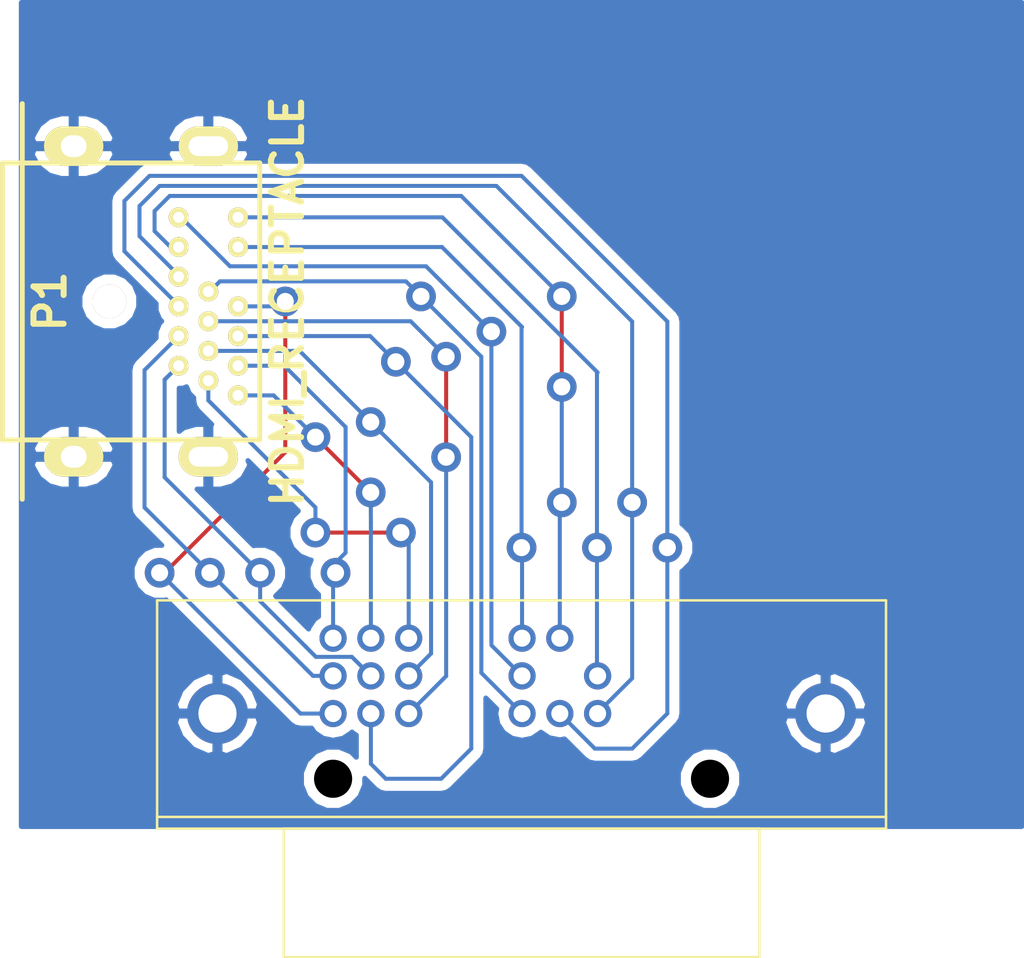
<source format=kicad_pcb>
(kicad_pcb (version 4) (host pcbnew "(2015-12-04 BZR 6347)-product")

  (general
    (links 21)
    (no_connects 2)
    (area 54.927499 41.91 106.680001 90.363041)
    (thickness 1.6002)
    (drawings 0)
    (tracks 152)
    (zones 0)
    (modules 2)
    (nets 18)
  )

  (page A4)
  (title_block
    (date "18 jun 2015")
  )

  (layers
    (0 Front signal)
    (31 Back signal)
    (32 B.Adhes user)
    (33 F.Adhes user)
    (34 B.Paste user)
    (35 F.Paste user)
    (36 B.SilkS user)
    (37 F.SilkS user)
    (38 B.Mask user)
    (39 F.Mask user)
    (40 Dwgs.User user)
    (41 Cmts.User user)
    (42 Eco1.User user)
    (43 Eco2.User user)
    (44 Edge.Cuts user)
  )

  (setup
    (last_trace_width 0.2032)
    (trace_clearance 0)
    (zone_clearance 0.508)
    (zone_45_only no)
    (trace_min 0.2032)
    (segment_width 0.381)
    (edge_width 0.381)
    (via_size 1.50114)
    (via_drill 0.86106)
    (via_min_size 0.889)
    (via_min_drill 0.508)
    (uvia_size 0.508)
    (uvia_drill 0.127)
    (uvias_allowed no)
    (uvia_min_size 0.508)
    (uvia_min_drill 0.127)
    (pcb_text_width 0.3048)
    (pcb_text_size 1.524 2.032)
    (mod_edge_width 0.381)
    (mod_text_size 1.524 1.524)
    (mod_text_width 0.3048)
    (pad_size 1.00076 1.00076)
    (pad_drill 0.55118)
    (pad_to_mask_clearance 0.254)
    (aux_axis_origin 0 0)
    (visible_elements FFFFFF7F)
    (pcbplotparams
      (layerselection 0x00030_80000001)
      (usegerberextensions true)
      (excludeedgelayer true)
      (linewidth 0.150000)
      (plotframeref false)
      (viasonmask false)
      (mode 1)
      (useauxorigin false)
      (hpglpennumber 1)
      (hpglpenspeed 20)
      (hpglpendiameter 15)
      (hpglpenoverlay 0)
      (psnegative false)
      (psa4output false)
      (plotreference true)
      (plotvalue true)
      (plotinvisibletext false)
      (padsonsilk false)
      (subtractmaskfromsilk false)
      (outputformat 1)
      (mirror false)
      (drillshape 1)
      (scaleselection 1)
      (outputdirectory ""))
  )

  (net 0 "")
  (net 1 /+5v)
  (net 2 /CL+)
  (net 3 /CL-)
  (net 4 /D0+)
  (net 5 /D0-)
  (net 6 /D1+)
  (net 7 /D1-)
  (net 8 /D2+)
  (net 9 /D2-)
  (net 10 /DDCcl)
  (net 11 /DDCdata)
  (net 12 /hotplug)
  (net 13 N-000004)
  (net 14 N-000005)
  (net 15 N-000006)
  (net 16 N-000010)
  (net 17 N-000013)

  (net_class Default "This is the default net class."
    (clearance 0)
    (trace_width 0.2032)
    (via_dia 1.50114)
    (via_drill 0.86106)
    (uvia_dia 0.508)
    (uvia_drill 0.127)
    (add_net /+5v)
    (add_net /CL+)
    (add_net /CL-)
    (add_net /D0+)
    (add_net /D0-)
    (add_net /D1+)
    (add_net /D1-)
    (add_net /D2+)
    (add_net /D2-)
    (add_net /DDCcl)
    (add_net /DDCdata)
    (add_net /hotplug)
    (add_net N-000004)
    (add_net N-000005)
    (add_net N-000006)
    (add_net N-000010)
    (add_net N-000013)
  )

  (module DVI-RECEPT-RA-HDMI (layer Front) (tedit 555167F0) (tstamp 55516827)
    (at 81.28 81.28)
    (path /551899AA)
    (attr smd)
    (fp_text reference J1 (at 0 -0.381) (layer Cmts.User)
      (effects (font (size 0.508 0.508) (thickness 0.1016)))
    )
    (fp_text value 74320-1004 (at 0 0.381) (layer Cmts.User) hide
      (effects (font (size 0.508 0.508) (thickness 0.1016)))
    )
    (fp_line (start -18.415 2.51968) (end -18.415 -9.01954) (layer F.SilkS) (width 0.127))
    (fp_line (start -18.415 -9.01954) (end 18.415 -9.01954) (layer F.SilkS) (width 0.127))
    (fp_line (start 18.415 -9.01954) (end 18.415 2.51968) (layer F.SilkS) (width 0.127))
    (fp_line (start 18.415 2.51968) (end -18.415 2.51968) (layer F.SilkS) (width 0.127))
    (fp_line (start -12.0142 9.01954) (end -12.0142 2.51968) (layer F.SilkS) (width 0.127))
    (fp_line (start -12.0142 2.51968) (end 12.0142 2.51968) (layer F.SilkS) (width 0.127))
    (fp_line (start 12.0142 2.51968) (end 12.0142 9.01954) (layer F.SilkS) (width 0.127))
    (fp_line (start 12.0142 9.01954) (end -12.0142 9.01954) (layer F.SilkS) (width 0.127))
    (fp_line (start -18.415 1.92786) (end 18.415 1.92786) (layer F.SilkS) (width 0.127))
    (pad 9 thru_hole oval (at -9.52246 -5.20192) (size 1.37414 1.37668) (drill 0.86106) (layers *.Cu *.Mask)
      (net 7 /D1-))
    (pad 17 thru_hole oval (at -9.52246 -3.29692) (size 1.37414 1.37668) (drill 0.86106) (layers *.Cu *.Mask)
      (net 5 /D0-))
    (pad 1 thru_hole oval (at -9.52246 -7.10692) (size 1.37414 1.37668) (drill 0.86106) (layers *.Cu *.Mask)
      (net 9 /D2-))
    (pad 10 thru_hole oval (at -7.61238 -5.20192) (size 1.37414 1.37668) (drill 0.86106) (layers *.Cu *.Mask)
      (net 6 /D1+))
    (pad 18 thru_hole oval (at -7.61238 -3.29692) (size 1.37414 1.37668) (drill 0.86106) (layers *.Cu *.Mask)
      (net 4 /D0+))
    (pad 2 thru_hole oval (at -7.61238 -7.10692) (size 1.37414 1.37668) (drill 0.86106) (layers *.Cu *.Mask)
      (net 8 /D2+))
    (pad 11 thru_hole oval (at -5.7023 -5.20192) (size 1.37414 1.37668) (drill 0.86106) (layers *.Cu *.Mask)
      (net 14 N-000005))
    (pad 19 thru_hole oval (at -5.7023 -3.29692) (size 1.37414 1.37668) (drill 0.86106) (layers *.Cu *.Mask)
      (net 16 N-000010))
    (pad 3 thru_hole oval (at -5.7023 -7.10692) (size 1.37414 1.37668) (drill 0.86106) (layers *.Cu *.Mask)
      (net 15 N-000006))
    (pad 14 thru_hole oval (at 0.0254 -5.20192) (size 1.37414 1.37668) (drill 0.85852) (layers *.Cu *.Mask)
      (net 1 /+5v))
    (pad 22 thru_hole oval (at 0.0254 -3.29692) (size 1.37414 1.37668) (drill 0.85852) (layers *.Cu *.Mask)
      (net 13 N-000004))
    (pad 6 thru_hole oval (at 0.0254 -7.10692) (size 1.37414 1.37668) (drill 0.85852) (layers *.Cu *.Mask)
      (net 10 /DDCcl))
    (pad 23 thru_hole oval (at 1.93294 -3.29692) (size 1.37668 1.37668) (drill 0.86106) (layers *.Cu *.Mask)
      (net 2 /CL+))
    (pad 7 thru_hole oval (at 1.93294 -7.10692) (size 1.37668 1.37668) (drill 0.86106) (layers *.Cu *.Mask)
      (net 11 /DDCdata))
    (pad 16 thru_hole oval (at 3.84302 -5.20192) (size 1.37668 1.37668) (drill 0.86106) (layers *.Cu *.Mask)
      (net 12 /hotplug))
    (pad 24 thru_hole oval (at 3.84302 -3.29692) (size 1.37668 1.37668) (drill 0.86106) (layers *.Cu *.Mask)
      (net 3 /CL-))
    (pad 25 thru_hole oval (at -15.36446 -3.29946) (size 3.08864 3.08864) (drill 1.9304) (layers *.Cu *.Mask)
      (net 17 N-000013))
    (pad 25 thru_hole oval (at 15.36446 -3.29946) (size 3.08864 3.08864) (drill 1.9304) (layers *.Cu *.Mask)
      (net 17 N-000013))
    (pad HOLE np_thru_hole circle (at -9.52246 0) (size 1.92786 1.92786) (drill 1.92786) (layers))
    (pad HOLE np_thru_hole circle (at 9.52246 0) (size 1.92786 1.92786) (drill 1.92786) (layers))
  )

  (module HDMI-DVI (layer Front) (tedit 55833DD2) (tstamp 55833D9D)
    (at 60.452 57.15 270)
    (tags hdmi)
    (path /554F9844)
    (fp_text reference P1 (at 0 2.99974 270) (layer F.SilkS)
      (effects (font (thickness 0.3048)))
    )
    (fp_text value HDMI_RECEPTACLE (at 0 -8.99922 270) (layer F.SilkS)
      (effects (font (thickness 0.3048)))
    )
    (fp_line (start -7.00024 5.40004) (end 7.00024 5.40004) (layer F.SilkS) (width 0.24892))
    (fp_line (start 7.00024 5.40004) (end 7.00024 -7.59968) (layer F.SilkS) (width 0.24892))
    (fp_line (start 7.00024 -7.59968) (end -7.00024 -7.59968) (layer F.SilkS) (width 0.24892))
    (fp_line (start -7.00024 -7.59968) (end -7.00024 5.40004) (layer F.SilkS) (width 0.24892))
    (fp_line (start -9.99998 4.39928) (end 9.99998 4.39928) (layer F.SilkS) (width 0.24892))
    (pad "" thru_hole circle (at 0 0 270) (size 1.69926 1.69926) (drill 1.69926) (layers *.Cu *.Mask F.SilkS))
    (pad 20 thru_hole oval (at -7.85114 1.80086 270) (size 1.99898 2.99974) (drill oval 1.09982 1.30048) (layers *.Cu *.Mask F.SilkS)
      (net 17 N-000013))
    (pad 20 thru_hole oval (at 7.85114 1.80086 270) (size 1.99898 2.99974) (drill oval 1.09982 1.30048) (layers *.Cu *.Mask F.SilkS)
      (net 17 N-000013))
    (pad 10 thru_hole circle (at 0.24892 -3.50012 270) (size 1.00076 1.00076) (drill 0.55118) (layers *.Cu *.Mask F.SilkS)
      (net 2 /CL+))
    (pad 11 thru_hole circle (at -0.50038 -5.00126 270) (size 1.00076 1.00076) (drill 0.55118) (layers *.Cu *.Mask F.SilkS)
      (net 13 N-000004))
    (pad 12 thru_hole circle (at -1.25222 -3.50012 270) (size 1.00076 1.00076) (drill 0.55118) (layers *.Cu *.Mask F.SilkS)
      (net 3 /CL-))
    (pad 15 thru_hole circle (at -2.75082 -6.49986 270) (size 1.00076 1.00076) (drill 0.55118) (layers *.Cu *.Mask F.SilkS)
      (net 10 /DDCcl))
    (pad 16 thru_hole circle (at -2.75082 -3.50012 270) (size 1.00076 1.00076) (drill 0.55118) (layers *.Cu *.Mask F.SilkS)
      (net 11 /DDCdata))
    (pad 18 thru_hole circle (at -4.25196 -3.50012 270) (size 1.00076 1.00076) (drill 0.55118) (layers *.Cu *.Mask F.SilkS)
      (net 1 /+5v))
    (pad 19 thru_hole circle (at -4.25196 -6.49986 270) (size 1.00076 1.00076) (drill 0.55118) (layers *.Cu *.Mask F.SilkS)
      (net 12 /hotplug))
    (pad 1 thru_hole circle (at 4.7498 -6.49986 270) (size 1.00076 1.00076) (drill 0.55118) (layers *.Cu *.Mask F.SilkS)
      (net 8 /D2+))
    (pad 2 thru_hole circle (at 4.0005 -5.00126 270) (size 1.00076 1.00076) (drill 0.55118) (layers *.Cu *.Mask F.SilkS)
      (net 15 N-000006))
    (pad 3 thru_hole circle (at 3.24866 -6.49986 270) (size 1.00076 1.00076) (drill 0.55118) (layers *.Cu *.Mask F.SilkS)
      (net 9 /D2-))
    (pad 4 thru_hole circle (at 3.24866 -3.50012 270) (size 1.00076 1.00076) (drill 0.55118) (layers *.Cu *.Mask F.SilkS)
      (net 6 /D1+))
    (pad 5 thru_hole circle (at 2.49936 -5.00126 270) (size 1.00076 1.00076) (drill 0.55118) (layers *.Cu *.Mask F.SilkS)
      (net 14 N-000005))
    (pad 6 thru_hole circle (at 1.75006 -3.50012 270) (size 1.00076 1.00076) (drill 0.55118) (layers *.Cu *.Mask F.SilkS)
      (net 7 /D1-))
    (pad 7 thru_hole circle (at 1.75006 -6.49986 270) (size 1.00076 1.00076) (drill 0.55118) (layers *.Cu *.Mask F.SilkS)
      (net 4 /D0+))
    (pad 8 thru_hole circle (at 1.00076 -5.00126 270) (size 1.00076 1.00076) (drill 0.55118) (layers *.Cu *.Mask F.SilkS)
      (net 16 N-000010))
    (pad 9 thru_hole circle (at 0.24892 -6.49986 270) (size 1.00076 1.00076) (drill 0.55118) (layers *.Cu *.Mask F.SilkS)
      (net 5 /D0-))
    (pad 20 thru_hole oval (at -7.85114 -5.00126 270) (size 1.99898 2.99974) (drill oval 1.00076 1.99898) (layers *.Cu *.Mask F.SilkS)
      (net 17 N-000013))
    (pad 20 thru_hole oval (at 7.85114 -5.00126 270) (size 1.99898 2.99974) (drill oval 1.00076 1.99898) (layers *.Cu *.Mask F.SilkS)
      (net 17 N-000013))
  )

  (segment (start 79.756 74.52868) (end 81.3054 76.07808) (width 0.2032) (layer Back) (net 1))
  (segment (start 76.454 55.372) (end 79.756 58.674) (width 0.2032) (layer Back) (net 1))
  (via (at 79.756 58.674) (size 1.50114) (layers Front Back) (net 1))
  (segment (start 66.548 55.372) (end 76.454 55.372) (width 0.2032) (layer Back) (net 1))
  (segment (start 64.07404 52.89804) (end 66.548 55.372) (width 0.2032) (layer Back) (net 1))
  (segment (start 64.07404 52.89804) (end 63.95212 52.89804) (width 0.2032) (layer Back) (net 1))
  (segment (start 79.756 74.422) (end 79.756 58.674) (width 0.2032) (layer Back) (net 1))
  (segment (start 63.95212 57.39892) (end 63.95212 57.45988) (width 0.2032) (layer Back) (net 2))
  (segment (start 63.95212 57.39892) (end 63.75908 57.39892) (width 0.2032) (layer Back) (net 2))
  (segment (start 88.646 69.596) (end 88.646 58.166) (width 0.2032) (layer Back) (net 2))
  (segment (start 63.95212 57.34812) (end 61.214 54.61) (width 0.2032) (layer Back) (net 2))
  (segment (start 61.214 54.61) (end 61.214 52.07) (width 0.2032) (layer Back) (net 2))
  (segment (start 61.214 52.07) (end 62.484 50.8) (width 0.2032) (layer Back) (net 2))
  (segment (start 63.95212 57.34812) (end 63.95212 57.39892) (width 0.2032) (layer Back) (net 2))
  (segment (start 88.646 77.978) (end 88.646 69.596) (width 0.2032) (layer Back) (net 2))
  (via (at 88.646 69.596) (size 1.50114) (layers Front Back) (net 2))
  (segment (start 88.646 77.978) (end 86.868 79.756) (width 0.2032) (layer Back) (net 2))
  (segment (start 83.21294 77.98308) (end 84.98586 79.756) (width 0.2032) (layer Back) (net 2))
  (segment (start 86.614 79.756) (end 84.98586 79.756) (width 0.2032) (layer Back) (net 2))
  (segment (start 86.614 79.756) (end 86.868 79.756) (width 0.2032) (layer Back) (net 2))
  (segment (start 88.646 58.166) (end 81.28 50.8) (width 0.2032) (layer Back) (net 2))
  (segment (start 81.28 50.8) (end 62.484 50.8) (width 0.2032) (layer Back) (net 2))
  (segment (start 86.868 58.166) (end 86.868 67.31) (width 0.2032) (layer Back) (net 3))
  (segment (start 86.868 76.2) (end 86.868 67.31) (width 0.2032) (layer Back) (net 3))
  (segment (start 63.95212 55.82412) (end 63.95212 55.89778) (width 0.2032) (layer Back) (net 3))
  (segment (start 85.12302 77.94498) (end 86.868 76.2) (width 0.2032) (layer Back) (net 3))
  (segment (start 63.95212 55.82412) (end 61.976 53.848) (width 0.2032) (layer Back) (net 3))
  (segment (start 85.12302 77.98308) (end 85.12302 77.94498) (width 0.2032) (layer Back) (net 3))
  (segment (start 80.01 51.308) (end 62.992 51.308) (width 0.2032) (layer Back) (net 3))
  (segment (start 62.992 51.308) (end 61.976 52.324) (width 0.2032) (layer Back) (net 3))
  (segment (start 86.868 58.166) (end 80.01 51.308) (width 0.2032) (layer Back) (net 3))
  (via (at 86.868 67.31) (size 1.50114) (layers Front Back) (net 3))
  (segment (start 61.976 53.848) (end 61.976 52.324) (width 0.2032) (layer Back) (net 3))
  (segment (start 78.74 64.008) (end 74.93 60.198) (width 0.2032) (layer Back) (net 4))
  (via (at 74.93 60.198) (size 1.50114) (layers Front Back) (net 4))
  (segment (start 73.63206 58.90006) (end 66.95186 58.90006) (width 0.2032) (layer Back) (net 4))
  (segment (start 73.63206 58.90006) (end 74.93 60.198) (width 0.2032) (layer Back) (net 4))
  (segment (start 73.66762 77.98308) (end 73.66762 80.52562) (width 0.2032) (layer Back) (net 4))
  (segment (start 77.216 81.28) (end 78.74 79.756) (width 0.2032) (layer Back) (net 4))
  (segment (start 74.422 81.28) (end 77.216 81.28) (width 0.2032) (layer Back) (net 4))
  (segment (start 73.66762 80.52562) (end 74.422 81.28) (width 0.2032) (layer Back) (net 4))
  (segment (start 78.74 79.756) (end 78.74 64.008) (width 0.2032) (layer Back) (net 4))
  (segment (start 69.09308 57.39892) (end 69.342 57.15) (width 0.2032) (layer Back) (net 5))
  (via (at 69.342 57.15) (size 1.50114) (layers Front Back) (net 5))
  (segment (start 69.342 57.15) (end 69.342 64.77) (width 0.2032) (layer Front) (net 5))
  (segment (start 69.342 64.77) (end 63.246 70.866) (width 0.2032) (layer Front) (net 5))
  (segment (start 63.246 70.866) (end 62.992 70.866) (width 0.2032) (layer Front) (net 5))
  (segment (start 70.10908 77.98308) (end 71.75754 77.98308) (width 0.2032) (layer Back) (net 5))
  (via (at 62.992 70.866) (size 1.50114) (layers Front Back) (net 5))
  (segment (start 70.10908 77.98308) (end 62.992 70.866) (width 0.2032) (layer Back) (net 5))
  (segment (start 66.95186 57.39892) (end 69.09308 57.39892) (width 0.2032) (layer Back) (net 5))
  (segment (start 63.5 60.85078) (end 63.246 61.10478) (width 0.2032) (layer Back) (net 6))
  (segment (start 63.95212 60.39866) (end 63.5 60.85078) (width 0.2032) (layer Back) (net 6))
  (segment (start 70.40372 74.63282) (end 70.358 74.5871) (width 0.2032) (layer Back) (net 6))
  (segment (start 70.88886 75.11796) (end 70.40372 74.63282) (width 0.2032) (layer Back) (net 6))
  (segment (start 72.7075 75.11796) (end 73.66762 76.07808) (width 0.2032) (layer Back) (net 6))
  (segment (start 72.644 75.11796) (end 72.7075 75.11796) (width 0.2032) (layer Back) (net 6))
  (segment (start 72.644 75.11796) (end 70.88886 75.11796) (width 0.2032) (layer Back) (net 6))
  (segment (start 63.246 61.10478) (end 63.39078 60.96) (width 0.2032) (layer Back) (net 6))
  (segment (start 68.072 70.866) (end 68.072 72.3011) (width 0.2032) (layer Back) (net 6))
  (segment (start 64.516 67.31) (end 63.246 66.04) (width 0.2032) (layer Back) (net 6))
  (via (at 68.072 70.866) (size 1.50114) (layers Front Back) (net 6))
  (segment (start 68.072 70.866) (end 64.516 67.31) (width 0.2032) (layer Back) (net 6))
  (segment (start 68.072 72.3011) (end 70.40372 74.63282) (width 0.2032) (layer Back) (net 6))
  (segment (start 63.246 61.10478) (end 63.246 66.04) (width 0.2032) (layer Back) (net 6))
  (segment (start 65.532 70.866) (end 62.23 67.564) (width 0.2032) (layer Back) (net 7))
  (segment (start 63.95212 58.90006) (end 62.23 60.62218) (width 0.2032) (layer Back) (net 7))
  (segment (start 62.23 60.62218) (end 62.23 67.564) (width 0.2032) (layer Back) (net 7))
  (segment (start 70.358 75.692) (end 65.532 70.866) (width 0.2032) (layer Back) (net 7))
  (segment (start 70.485 75.819) (end 70.358 75.692) (width 0.2032) (layer Back) (net 7))
  (segment (start 70.49008 75.82408) (end 70.485 75.819) (width 0.2032) (layer Back) (net 7))
  (via (at 65.532 70.866) (size 1.50114) (layers Front Back) (net 7))
  (segment (start 70.74408 76.07808) (end 70.358 75.692) (width 0.2032) (layer Back) (net 7))
  (segment (start 71.75754 76.07808) (end 70.74408 76.07808) (width 0.2032) (layer Back) (net 7))
  (segment (start 67.2338 61.8998) (end 66.95186 61.8998) (width 0.2032) (layer Back) (net 8))
  (segment (start 73.66762 68.33362) (end 73.66 66.802) (width 0.2032) (layer Back) (net 8))
  (via (at 73.66 66.802) (size 1.50114) (layers Front Back) (net 8))
  (via (at 70.866 64.008) (size 1.50114) (layers Front Back) (net 8))
  (segment (start 73.66 66.802) (end 70.866 64.008) (width 0.2032) (layer Front) (net 8))
  (segment (start 73.66762 68.33362) (end 73.66762 74.17308) (width 0.2032) (layer Back) (net 8))
  (segment (start 66.95186 61.8998) (end 68.7578 61.8998) (width 0.2032) (layer Back) (net 8))
  (segment (start 68.7578 61.8998) (end 70.866 64.008) (width 0.2032) (layer Back) (net 8))
  (segment (start 71.75754 70.99046) (end 71.882 70.866) (width 0.2032) (layer Back) (net 9))
  (segment (start 71.882 70.866) (end 71.882 70.358) (width 0.2032) (layer Back) (net 9))
  (segment (start 71.882 70.358) (end 72.39 69.85) (width 0.2032) (layer Back) (net 9))
  (segment (start 69.28866 60.39866) (end 72.39 63.5) (width 0.2032) (layer Back) (net 9))
  (segment (start 69.28866 60.39866) (end 66.95186 60.39866) (width 0.2032) (layer Back) (net 9))
  (via (at 71.882 70.866) (size 1.50114) (layers Front Back) (net 9))
  (segment (start 72.39 69.85) (end 72.39 63.5) (width 0.2032) (layer Back) (net 9))
  (segment (start 71.75754 74.17308) (end 71.75754 70.99046) (width 0.2032) (layer Back) (net 9))
  (segment (start 81.3054 69.6214) (end 81.3054 74.17308) (width 0.2032) (layer Back) (net 10))
  (segment (start 66.95186 54.39918) (end 77.25918 54.39918) (width 0.2032) (layer Back) (net 10))
  (segment (start 77.25918 54.39918) (end 81.3054 58.4454) (width 0.2032) (layer Back) (net 10))
  (segment (start 81.28 58.42) (end 81.3054 58.4454) (width 0.2032) (layer Back) (net 10))
  (segment (start 81.28 62.738) (end 81.28 58.42) (width 0.2032) (layer Back) (net 10))
  (via (at 81.28 69.596) (size 1.50114) (layers Front Back) (net 10))
  (segment (start 81.3054 69.6214) (end 81.28 69.596) (width 0.2032) (layer Back) (net 10))
  (segment (start 81.28 62.738) (end 81.28 69.596) (width 0.2032) (layer Back) (net 10))
  (segment (start 62.738 53.594) (end 62.738 52.578) (width 0.2032) (layer Back) (net 11))
  (via (at 83.312 56.896) (size 1.50114) (layers Front Back) (net 11))
  (segment (start 83.312 56.896) (end 83.312 61.468) (width 0.2032) (layer Front) (net 11))
  (via (at 83.312 61.468) (size 1.50114) (layers Front Back) (net 11))
  (segment (start 83.312 61.468) (end 83.21294 61.56706) (width 0.2032) (layer Back) (net 11))
  (segment (start 63.54318 54.39918) (end 62.738 53.594) (width 0.2032) (layer Back) (net 11))
  (segment (start 63.54318 54.39918) (end 63.95212 54.39918) (width 0.2032) (layer Back) (net 11))
  (segment (start 78.232 51.816) (end 83.312 56.896) (width 0.2032) (layer Back) (net 11))
  (segment (start 63.5 51.816) (end 78.232 51.816) (width 0.2032) (layer Back) (net 11))
  (segment (start 62.738 52.578) (end 63.5 51.816) (width 0.2032) (layer Back) (net 11))
  (segment (start 83.21294 67.40906) (end 83.312 67.31) (width 0.2032) (layer Back) (net 11))
  (segment (start 83.312 67.31) (end 83.312 61.468) (width 0.2032) (layer Back) (net 11))
  (via (at 83.312 67.31) (size 1.50114) (layers Front Back) (net 11))
  (segment (start 83.21294 74.17308) (end 83.21294 67.40906) (width 0.2032) (layer Back) (net 11))
  (segment (start 85.12302 69.62902) (end 85.09 69.596) (width 0.2032) (layer Back) (net 12))
  (segment (start 85.12302 69.62902) (end 85.09 69.596) (width 0.2032) (layer Back) (net 12))
  (segment (start 85.09 60.706) (end 85.12302 60.73902) (width 0.2032) (layer Back) (net 12))
  (segment (start 77.28204 52.89804) (end 66.95186 52.89804) (width 0.2032) (layer Back) (net 12))
  (segment (start 77.28204 52.89804) (end 85.12302 60.73902) (width 0.2032) (layer Back) (net 12))
  (segment (start 85.09 69.596) (end 85.09 60.706) (width 0.2032) (layer Back) (net 12))
  (segment (start 85.09 76.04506) (end 85.12302 76.07808) (width 0.2032) (layer Back) (net 12))
  (via (at 85.09 69.596) (size 1.50114) (layers Front Back) (net 12))
  (segment (start 85.09 69.596) (end 85.09 76.04506) (width 0.2032) (layer Back) (net 12))
  (segment (start 75.438 56.134) (end 76.2 56.896) (width 0.2032) (layer Back) (net 13))
  (segment (start 65.52438 56.64962) (end 65.45326 56.64962) (width 0.2032) (layer Back) (net 13))
  (segment (start 81.3054 77.98308) (end 79.248 75.92568) (width 0.2032) (layer Back) (net 13))
  (segment (start 66.04 56.134) (end 75.438 56.134) (width 0.2032) (layer Back) (net 13))
  (segment (start 65.52438 56.64962) (end 66.04 56.134) (width 0.2032) (layer Back) (net 13))
  (segment (start 79.248 59.944) (end 79.248 75.92568) (width 0.2032) (layer Back) (net 13))
  (via (at 76.2 56.896) (size 1.50114) (layers Front Back) (net 13))
  (segment (start 79.248 59.944) (end 76.2 56.896) (width 0.2032) (layer Back) (net 13))
  (segment (start 76.708 66.294) (end 73.66 63.246) (width 0.2032) (layer Back) (net 14))
  (segment (start 69.80936 59.64936) (end 70.06336 59.64936) (width 0.2032) (layer Back) (net 14))
  (segment (start 76.708 66.548) (end 76.708 74.94778) (width 0.2032) (layer Back) (net 14))
  (segment (start 76.708 74.94778) (end 75.5777 76.07808) (width 0.2032) (layer Back) (net 14))
  (segment (start 65.45326 59.64936) (end 69.80936 59.64936) (width 0.2032) (layer Back) (net 14))
  (via (at 73.66 63.246) (size 1.50114) (layers Front Back) (net 14))
  (segment (start 70.06336 59.64936) (end 73.66 63.246) (width 0.2032) (layer Back) (net 14))
  (segment (start 76.708 66.548) (end 76.708 66.294) (width 0.2032) (layer Back) (net 14))
  (segment (start 70.866 67.564) (end 70.866 68.834) (width 0.2032) (layer Back) (net 15))
  (segment (start 65.45326 61.1505) (end 65.45326 62.15126) (width 0.2032) (layer Back) (net 15))
  (segment (start 75.5777 69.2277) (end 75.184 68.834) (width 0.2032) (layer Back) (net 15))
  (via (at 75.184 68.834) (size 1.50114) (layers Front Back) (net 15))
  (segment (start 70.866 68.834) (end 75.184 68.834) (width 0.2032) (layer Front) (net 15))
  (via (at 70.866 68.834) (size 1.50114) (layers Front Back) (net 15))
  (segment (start 75.5777 69.2277) (end 75.5777 74.17308) (width 0.2032) (layer Back) (net 15))
  (segment (start 65.45326 62.15126) (end 70.866 67.564) (width 0.2032) (layer Back) (net 15))
  (segment (start 77.47 76.09078) (end 75.5777 77.98308) (width 0.2032) (layer Back) (net 16))
  (segment (start 65.45326 58.15076) (end 75.67676 58.15076) (width 0.2032) (layer Back) (net 16))
  (via (at 77.47 65.024) (size 1.50114) (layers Front Back) (net 16))
  (segment (start 77.47 59.944) (end 77.47 65.024) (width 0.2032) (layer Front) (net 16))
  (via (at 77.47 59.944) (size 1.50114) (layers Front Back) (net 16))
  (segment (start 75.67676 58.15076) (end 77.47 59.944) (width 0.2032) (layer Back) (net 16))
  (segment (start 77.47 65.024) (end 77.47 76.09078) (width 0.2032) (layer Back) (net 16))

  (zone (net 17) (net_name N-000013) (layer Back) (tstamp 5551639F) (hatch edge 0.508)
    (connect_pads (clearance 0.508))
    (min_thickness 0.254)
    (fill yes (arc_segments 16) (thermal_gap 0.508) (thermal_bridge_width 0.508))
    (polygon
      (pts
        (xy 106.68 83.82) (xy 106.68 41.91) (xy 55.88 41.91) (xy 55.88 83.82)
      )
    )
    (filled_polygon
      (pts
        (xy 106.553 83.693) (xy 56.007 83.693) (xy 56.007 78.446318) (xy 63.786577 78.446318) (xy 64.080776 79.156594)
        (xy 64.670495 79.769206) (xy 65.449761 80.10951) (xy 65.78854 79.997413) (xy 65.78854 78.10754) (xy 66.04254 78.10754)
        (xy 66.04254 79.997413) (xy 66.381319 80.10951) (xy 67.160585 79.769206) (xy 67.750304 79.156594) (xy 68.044503 78.446318)
        (xy 67.932115 78.10754) (xy 66.04254 78.10754) (xy 65.78854 78.10754) (xy 63.898965 78.10754) (xy 63.786577 78.446318)
        (xy 56.007 78.446318) (xy 56.007 77.514762) (xy 63.786577 77.514762) (xy 63.898965 77.85354) (xy 65.78854 77.85354)
        (xy 65.78854 75.963667) (xy 66.04254 75.963667) (xy 66.04254 77.85354) (xy 67.932115 77.85354) (xy 68.044503 77.514762)
        (xy 67.750304 76.804486) (xy 67.160585 76.191874) (xy 66.381319 75.85157) (xy 66.04254 75.963667) (xy 65.78854 75.963667)
        (xy 65.449761 75.85157) (xy 64.670495 76.191874) (xy 64.080776 76.804486) (xy 63.786577 77.514762) (xy 56.007 77.514762)
        (xy 56.007 65.381494) (xy 56.561141 65.381494) (xy 56.592087 65.509299) (xy 56.905198 66.067096) (xy 57.407935 66.462611)
        (xy 58.02376 66.63563) (xy 58.52414 66.63563) (xy 58.52414 65.12814) (xy 58.77814 65.12814) (xy 58.77814 66.63563)
        (xy 59.27852 66.63563) (xy 59.894345 66.462611) (xy 60.397082 66.067096) (xy 60.710193 65.509299) (xy 60.741139 65.381494)
        (xy 60.621785 65.12814) (xy 58.77814 65.12814) (xy 58.52414 65.12814) (xy 56.680495 65.12814) (xy 56.561141 65.381494)
        (xy 56.007 65.381494) (xy 56.007 64.620786) (xy 56.561141 64.620786) (xy 56.680495 64.87414) (xy 58.52414 64.87414)
        (xy 58.52414 63.36665) (xy 58.77814 63.36665) (xy 58.77814 64.87414) (xy 60.621785 64.87414) (xy 60.741139 64.620786)
        (xy 60.710193 64.492981) (xy 60.397082 63.935184) (xy 59.894345 63.539669) (xy 59.27852 63.36665) (xy 58.77814 63.36665)
        (xy 58.52414 63.36665) (xy 58.02376 63.36665) (xy 57.407935 63.539669) (xy 56.905198 63.935184) (xy 56.592087 64.492981)
        (xy 56.561141 64.620786) (xy 56.007 64.620786) (xy 56.007 57.444016) (xy 58.967112 57.444016) (xy 59.192658 57.989877)
        (xy 59.609926 58.407874) (xy 60.155393 58.634372) (xy 60.746016 58.634888) (xy 61.291877 58.409342) (xy 61.709874 57.992074)
        (xy 61.936372 57.446607) (xy 61.936888 56.855984) (xy 61.711342 56.310123) (xy 61.294074 55.892126) (xy 60.748607 55.665628)
        (xy 60.157984 55.665112) (xy 59.612123 55.890658) (xy 59.194126 56.307926) (xy 58.967628 56.853393) (xy 58.967112 57.444016)
        (xy 56.007 57.444016) (xy 56.007 52.07) (xy 60.4774 52.07) (xy 60.4774 54.61) (xy 60.53347 54.891885)
        (xy 60.693145 55.130855) (xy 62.816866 57.254576) (xy 62.816544 57.62377) (xy 62.989031 58.041221) (xy 63.09702 58.149399)
        (xy 62.990153 58.256079) (xy 62.816938 58.673228) (xy 62.816658 58.993812) (xy 61.709145 60.101325) (xy 61.54947 60.340295)
        (xy 61.4934 60.62218) (xy 61.4934 67.564) (xy 61.54947 67.845885) (xy 61.709145 68.084855) (xy 63.104818 69.480528)
        (xy 62.717602 69.48019) (xy 62.208163 69.690686) (xy 61.818056 70.080113) (xy 61.606671 70.589184) (xy 61.60619 71.140398)
        (xy 61.816686 71.649837) (xy 62.206113 72.039944) (xy 62.715184 72.251329) (xy 63.266398 72.25181) (xy 63.31572 72.23143)
        (xy 69.588225 78.503935) (xy 69.827195 78.66361) (xy 70.10908 78.71968) (xy 70.672061 78.71968) (xy 70.822695 78.945121)
        (xy 71.251606 79.231709) (xy 71.75754 79.332346) (xy 72.263474 79.231709) (xy 72.692385 78.945121) (xy 72.71258 78.914897)
        (xy 72.732775 78.945121) (xy 72.93102 79.077584) (xy 72.93102 80.192325) (xy 72.664444 79.925283) (xy 72.076982 79.681348)
        (xy 71.440888 79.680793) (xy 70.853002 79.923703) (xy 70.402823 80.373096) (xy 70.158888 80.960558) (xy 70.158333 81.596652)
        (xy 70.401243 82.184538) (xy 70.850636 82.634717) (xy 71.438098 82.878652) (xy 72.074192 82.879207) (xy 72.662078 82.636297)
        (xy 73.112257 82.186904) (xy 73.356192 81.599442) (xy 73.356491 81.256201) (xy 73.901145 81.800855) (xy 74.140115 81.96053)
        (xy 74.422 82.0166) (xy 77.216 82.0166) (xy 77.497885 81.96053) (xy 77.736855 81.800855) (xy 77.941058 81.596652)
        (xy 89.203253 81.596652) (xy 89.446163 82.184538) (xy 89.895556 82.634717) (xy 90.483018 82.878652) (xy 91.119112 82.879207)
        (xy 91.706998 82.636297) (xy 92.157177 82.186904) (xy 92.401112 81.599442) (xy 92.401667 80.963348) (xy 92.158757 80.375462)
        (xy 91.709364 79.925283) (xy 91.121902 79.681348) (xy 90.485808 79.680793) (xy 89.897922 79.923703) (xy 89.447743 80.373096)
        (xy 89.203808 80.960558) (xy 89.203253 81.596652) (xy 77.941058 81.596652) (xy 79.260855 80.276855) (xy 79.42053 80.037885)
        (xy 79.4766 79.756) (xy 79.4766 77.19599) (xy 80.025333 77.744723) (xy 79.98333 77.955884) (xy 79.98333 78.010276)
        (xy 80.083967 78.51621) (xy 80.370555 78.945121) (xy 80.799466 79.231709) (xy 81.3054 79.332346) (xy 81.811334 79.231709)
        (xy 82.240245 78.945121) (xy 82.255796 78.921847) (xy 82.680594 79.205687) (xy 83.187014 79.30642) (xy 83.238866 79.30642)
        (xy 83.452146 79.263996) (xy 84.465005 80.276855) (xy 84.703976 80.436531) (xy 84.98586 80.492601) (xy 84.985865 80.4926)
        (xy 86.868 80.4926) (xy 87.149885 80.43653) (xy 87.388855 80.276855) (xy 89.166855 78.498855) (xy 89.201959 78.446318)
        (xy 94.515497 78.446318) (xy 94.809696 79.156594) (xy 95.399415 79.769206) (xy 96.178681 80.10951) (xy 96.51746 79.997413)
        (xy 96.51746 78.10754) (xy 96.77146 78.10754) (xy 96.77146 79.997413) (xy 97.110239 80.10951) (xy 97.889505 79.769206)
        (xy 98.479224 79.156594) (xy 98.773423 78.446318) (xy 98.661035 78.10754) (xy 96.77146 78.10754) (xy 96.51746 78.10754)
        (xy 94.627885 78.10754) (xy 94.515497 78.446318) (xy 89.201959 78.446318) (xy 89.32653 78.259885) (xy 89.3826 77.978)
        (xy 89.3826 77.514762) (xy 94.515497 77.514762) (xy 94.627885 77.85354) (xy 96.51746 77.85354) (xy 96.51746 75.963667)
        (xy 96.77146 75.963667) (xy 96.77146 77.85354) (xy 98.661035 77.85354) (xy 98.773423 77.514762) (xy 98.479224 76.804486)
        (xy 97.889505 76.191874) (xy 97.110239 75.85157) (xy 96.77146 75.963667) (xy 96.51746 75.963667) (xy 96.178681 75.85157)
        (xy 95.399415 76.191874) (xy 94.809696 76.804486) (xy 94.515497 77.514762) (xy 89.3826 77.514762) (xy 89.3826 70.790832)
        (xy 89.429837 70.771314) (xy 89.819944 70.381887) (xy 90.031329 69.872816) (xy 90.03181 69.321602) (xy 89.821314 68.812163)
        (xy 89.431887 68.422056) (xy 89.3826 68.40159) (xy 89.3826 58.166) (xy 89.32653 57.884115) (xy 89.166855 57.645145)
        (xy 81.800855 50.279145) (xy 81.561885 50.11947) (xy 81.28 50.0634) (xy 67.368397 50.0634) (xy 67.512313 49.807019)
        (xy 67.543259 49.679214) (xy 67.423905 49.42586) (xy 65.58026 49.42586) (xy 65.58026 49.44586) (xy 65.32626 49.44586)
        (xy 65.32626 49.42586) (xy 63.482615 49.42586) (xy 63.363261 49.679214) (xy 63.394207 49.807019) (xy 63.538123 50.0634)
        (xy 62.484 50.0634) (xy 62.202115 50.11947) (xy 61.963145 50.279145) (xy 60.693145 51.549145) (xy 60.53347 51.788115)
        (xy 60.4774 52.07) (xy 56.007 52.07) (xy 56.007 49.679214) (xy 56.561141 49.679214) (xy 56.592087 49.807019)
        (xy 56.905198 50.364816) (xy 57.407935 50.760331) (xy 58.02376 50.93335) (xy 58.52414 50.93335) (xy 58.52414 49.42586)
        (xy 58.77814 49.42586) (xy 58.77814 50.93335) (xy 59.27852 50.93335) (xy 59.894345 50.760331) (xy 60.397082 50.364816)
        (xy 60.710193 49.807019) (xy 60.741139 49.679214) (xy 60.621785 49.42586) (xy 58.77814 49.42586) (xy 58.52414 49.42586)
        (xy 56.680495 49.42586) (xy 56.561141 49.679214) (xy 56.007 49.679214) (xy 56.007 48.918506) (xy 56.561141 48.918506)
        (xy 56.680495 49.17186) (xy 58.52414 49.17186) (xy 58.52414 47.66437) (xy 58.77814 47.66437) (xy 58.77814 49.17186)
        (xy 60.621785 49.17186) (xy 60.741139 48.918506) (xy 63.363261 48.918506) (xy 63.482615 49.17186) (xy 65.32626 49.17186)
        (xy 65.32626 47.66437) (xy 65.58026 47.66437) (xy 65.58026 49.17186) (xy 67.423905 49.17186) (xy 67.543259 48.918506)
        (xy 67.512313 48.790701) (xy 67.199202 48.232904) (xy 66.696465 47.837389) (xy 66.08064 47.66437) (xy 65.58026 47.66437)
        (xy 65.32626 47.66437) (xy 64.82588 47.66437) (xy 64.210055 47.837389) (xy 63.707318 48.232904) (xy 63.394207 48.790701)
        (xy 63.363261 48.918506) (xy 60.741139 48.918506) (xy 60.710193 48.790701) (xy 60.397082 48.232904) (xy 59.894345 47.837389)
        (xy 59.27852 47.66437) (xy 58.77814 47.66437) (xy 58.52414 47.66437) (xy 58.02376 47.66437) (xy 57.407935 47.837389)
        (xy 56.905198 48.232904) (xy 56.592087 48.790701) (xy 56.561141 48.918506) (xy 56.007 48.918506) (xy 56.007 42.037)
        (xy 106.553 42.037)
      )
    )
    (filled_polygon
      (pts
        (xy 64.490171 61.792801) (xy 64.71666 62.019686) (xy 64.71666 62.15126) (xy 64.77273 62.433145) (xy 64.932405 62.672115)
        (xy 65.62694 63.36665) (xy 65.58026 63.36665) (xy 65.58026 64.87414) (xy 65.60026 64.87414) (xy 65.60026 65.12814)
        (xy 65.58026 65.12814) (xy 65.58026 66.63563) (xy 66.08064 66.63563) (xy 66.696465 66.462611) (xy 67.199202 66.067096)
        (xy 67.512313 65.509299) (xy 67.543259 65.381494) (xy 67.455503 65.195213) (xy 70.000498 67.740208) (xy 69.692056 68.048113)
        (xy 69.480671 68.557184) (xy 69.48019 69.108398) (xy 69.690686 69.617837) (xy 70.080113 70.007944) (xy 70.589184 70.219329)
        (xy 70.650226 70.219382) (xy 70.496671 70.589184) (xy 70.49619 71.140398) (xy 70.706686 71.649837) (xy 71.02094 71.96464)
        (xy 71.02094 73.078576) (xy 70.822695 73.211039) (xy 70.536107 73.63995) (xy 70.522246 73.709636) (xy 68.854483 72.041873)
        (xy 68.855837 72.041314) (xy 69.245944 71.651887) (xy 69.457329 71.142816) (xy 69.45781 70.591602) (xy 69.247314 70.082163)
        (xy 68.857887 69.692056) (xy 68.348816 69.480671) (xy 67.797602 69.48019) (xy 67.74828 69.50057) (xy 64.88334 66.63563)
        (xy 65.32626 66.63563) (xy 65.32626 65.12814) (xy 65.30626 65.12814) (xy 65.30626 64.87414) (xy 65.32626 64.87414)
        (xy 65.32626 63.36665) (xy 64.82588 63.36665) (xy 64.210055 63.539669) (xy 63.9826 63.718613) (xy 63.9826 61.534066)
        (xy 64.17697 61.534236) (xy 64.35324 61.461403)
      )
    )
  )
)

</source>
